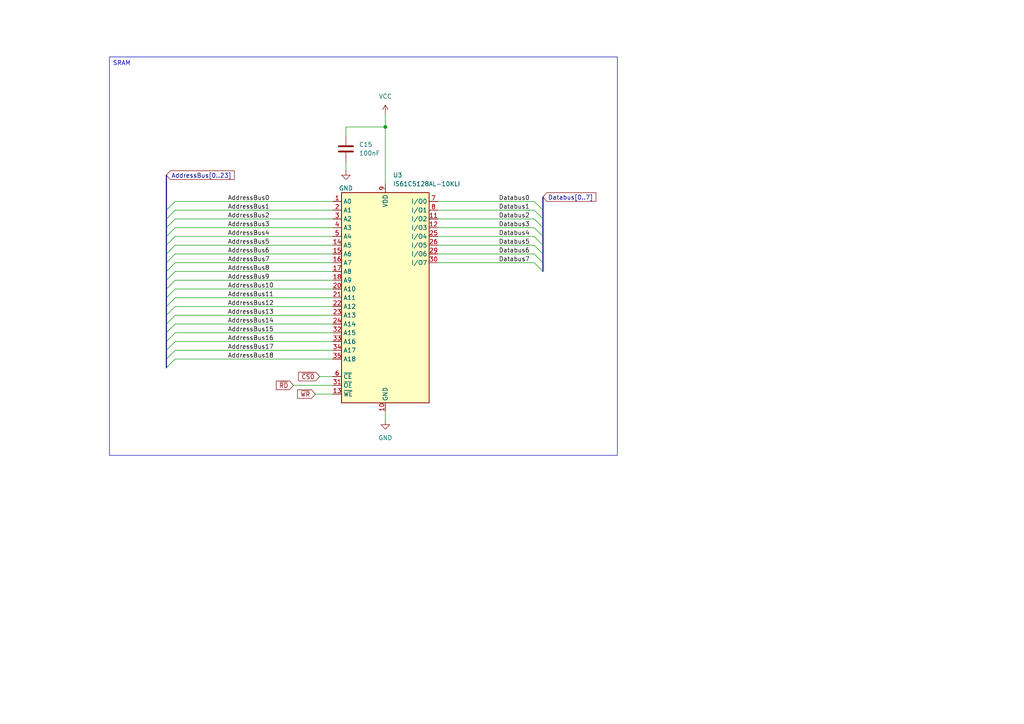
<source format=kicad_sch>
(kicad_sch (version 20250114) (generator "eeschema") (generator_version "9.0")
  (paper "A4")
  (lib_symbols
    (symbol "Device:C" (pin_numbers (hide yes)) (pin_names (offset 0.254))
      (property "Reference" "C" (at 0.635 2.54 0))
      (property "Value" "C" (at 0.635 -2.54 0))
      (symbol "C_0_1"
        (polyline (pts (xy -2.032 0.762) (xy 2.032 0.762)) (stroke (width 0.508)))
        (polyline (pts (xy -2.032 -0.762) (xy 2.032 -0.762)) (stroke (width 0.508)))
      )
      (symbol "C_1_1"
        (pin passive line (at 0 3.81 270) (length 2.794) (name "~") (number "1"))
        (pin passive line (at 0 -3.81 90) (length 2.794) (name "~") (number "2"))
      )
    )
    (symbol "Memory_RAM:IS61C5128AL-10KLI"
      (property "Reference" "U" (at -10.16 31.75 0))
      (property "Value" "IS61C5128AL-10KLI" (at 12.7 31.75 0))
      (symbol "IS61C5128AL-10KLI_0_1"
        (rectangle (start -12.7 30.48) (end 12.7 -30.48) (stroke (width 0.254)) (fill (type background)))
      )
      (symbol "IS61C5128AL-10KLI_1_1"
        (pin input line (at -15.24 27.94 0) (length 2.54) (name "A0") (number "1"))
        (pin input line (at -15.24 25.4 0) (length 2.54) (name "A1") (number "2"))
        (pin input line (at -15.24 22.86 0) (length 2.54) (name "A2") (number "3"))
        (pin input line (at -15.24 20.32 0) (length 2.54) (name "A3") (number "4"))
        (pin input line (at -15.24 17.78 0) (length 2.54) (name "A4") (number "5"))
        (pin input line (at -15.24 15.24 0) (length 2.54) (name "A5") (number "14"))
        (pin input line (at -15.24 12.7 0) (length 2.54) (name "A6") (number "15"))
        (pin input line (at -15.24 10.16 0) (length 2.54) (name "A7") (number "16"))
        (pin input line (at -15.24 7.62 0) (length 2.54) (name "A8") (number "17"))
        (pin input line (at -15.24 5.08 0) (length 2.54) (name "A9") (number "18"))
        (pin input line (at -15.24 2.54 0) (length 2.54) (name "A10") (number "20"))
        (pin input line (at -15.24 0 0) (length 2.54) (name "A11") (number "21"))
        (pin input line (at -15.24 -2.54 0) (length 2.54) (name "A12") (number "22"))
        (pin input line (at -15.24 -5.08 0) (length 2.54) (name "A13") (number "23"))
        (pin input line (at -15.24 -7.62 0) (length 2.54) (name "A14") (number "24"))
        (pin input line (at -15.24 -10.16 0) (length 2.54) (name "A15") (number "32"))
        (pin input line (at -15.24 -12.7 0) (length 2.54) (name "A16") (number "33"))
        (pin input line (at -15.24 -15.24 0) (length 2.54) (name "A17") (number "34"))
        (pin input line (at -15.24 -17.78 0) (length 2.54) (name "A18") (number "35"))
        (pin input line (at -15.24 -22.86 0) (length 2.54) (name "~{CE}") (number "6"))
        (pin input line (at -15.24 -25.4 0) (length 2.54) (name "~{OE}") (number "31"))
        (pin input line (at -15.24 -27.94 0) (length 2.54) (name "~{WE}") (number "13"))
        (pin passive line (at 0 33.02 270) (length 2.54) (hide yes) (name "VDD") (number "27"))
        (pin power_in line (at 0 33.02 270) (length 2.54) (name "VDD") (number "9"))
        (pin power_in line (at 0 -33.02 90) (length 2.54) (name "GND") (number "10"))
        (pin passive line (at 0 -33.02 90) (length 2.54) (hide yes) (name "GND") (number "28"))
        (pin no_connect line (at 12.7 -25.4 180) (length 2.54) (hide yes) (name "NC") (number "36"))
        (pin no_connect line (at 12.7 -27.94 180) (length 2.54) (hide yes) (name "NC") (number "19"))
        (pin bidirectional line (at 15.24 27.94 180) (length 2.54) (name "I/O0") (number "7"))
        (pin bidirectional line (at 15.24 25.4 180) (length 2.54) (name "I/O1") (number "8"))
        (pin bidirectional line (at 15.24 22.86 180) (length 2.54) (name "I/O2") (number "11"))
        (pin bidirectional line (at 15.24 20.32 180) (length 2.54) (name "I/O3") (number "12"))
        (pin bidirectional line (at 15.24 17.78 180) (length 2.54) (name "I/O4") (number "25"))
        (pin bidirectional line (at 15.24 15.24 180) (length 2.54) (name "I/O5") (number "26"))
        (pin bidirectional line (at 15.24 12.7 180) (length 2.54) (name "I/O6") (number "29"))
        (pin bidirectional line (at 15.24 10.16 180) (length 2.54) (name "I/O7") (number "30"))
      )
    )
    (symbol "power:GND" (power) (pin_numbers (hide yes)) (pin_names (offset 0) (hide yes))
      (property "Value" "GND" (at 0 -3.81 0))
      (symbol "GND_0_1"
        (polyline (pts (xy 0 0) (xy 0 -1.27) (xy 1.27 -1.27) (xy 0 -2.54) (xy -1.27 -1.27) (xy 0 -1.27)))
      )
      (symbol "GND_1_1"
        (pin power_in line (at 0 0 270) (length 0) (name "~") (number "1"))
      )
    )
    (symbol "power:VCC" (power) (pin_numbers (hide yes)) (pin_names (offset 0) (hide yes))
      (property "Value" "VCC" (at 0 3.556 0))
      (symbol "VCC_0_1"
        (polyline (pts (xy -0.762 1.27) (xy 0 2.54)))
        (polyline (pts (xy 0 2.54) (xy 0.762 1.27)))
        (polyline (pts (xy 0 0) (xy 0 2.54)))
      )
      (symbol "VCC_1_1"
        (pin power_in line (at 0 0 90) (length 0) (name "~") (number "1"))
      )
    )
  )
  (text_box "SRAM" (at 31.75 16.51 0) (size 147.32 115.57) (margins 0.9525 0.9525 0.9525 0.9525) (effects (font (size 1.27 1.27)) (justify left top)))
  (junction (at 111.76 36.83))
  (bus_entry (at 48.26 99.06) (size 2.54 -2.54))
  (bus_entry (at 48.26 78.74) (size 2.54 -2.54))
  (bus_entry (at 48.26 81.28) (size 2.54 -2.54))
  (bus_entry (at 154.94 71.12) (size 2.54 2.54))
  (bus_entry (at 154.94 68.58) (size 2.54 2.54))
  (bus_entry (at 154.94 73.66) (size 2.54 2.54))
  (bus_entry (at 48.26 96.52) (size 2.54 -2.54))
  (bus_entry (at 48.26 86.36) (size 2.54 -2.54))
  (bus_entry (at 154.94 60.96) (size 2.54 2.54))
  (bus_entry (at 48.26 93.98) (size 2.54 -2.54))
  (bus_entry (at 154.94 63.5) (size 2.54 2.54))
  (bus_entry (at 48.26 66.04) (size 2.54 -2.54))
  (bus_entry (at 48.26 106.68) (size 2.54 -2.54))
  (bus_entry (at 48.26 104.14) (size 2.54 -2.54))
  (bus_entry (at 48.26 71.12) (size 2.54 -2.54))
  (bus_entry (at 154.94 76.2) (size 2.54 2.54))
  (bus_entry (at 154.94 58.42) (size 2.54 2.54))
  (bus_entry (at 48.26 63.5) (size 2.54 -2.54))
  (bus_entry (at 154.94 66.04) (size 2.54 2.54))
  (bus_entry (at 48.26 68.58) (size 2.54 -2.54))
  (bus_entry (at 48.26 76.2) (size 2.54 -2.54))
  (bus_entry (at 48.26 60.96) (size 2.54 -2.54))
  (bus_entry (at 48.26 88.9) (size 2.54 -2.54))
  (bus_entry (at 48.26 91.44) (size 2.54 -2.54))
  (bus_entry (at 48.26 101.6) (size 2.54 -2.54))
  (bus_entry (at 48.26 73.66) (size 2.54 -2.54))
  (bus_entry (at 48.26 83.82) (size 2.54 -2.54))
  (bus (pts (xy 48.26 60.96) (xy 48.26 63.5)))
  (wire (pts (xy 127 58.42) (xy 154.94 58.42)))
  (bus (pts (xy 48.26 96.52) (xy 48.26 99.06)))
  (bus (pts (xy 157.48 71.12) (xy 157.48 68.58)))
  (wire (pts (xy 50.8 91.44) (xy 96.52 91.44)))
  (wire (pts (xy 50.8 96.52) (xy 96.52 96.52)))
  (wire (pts (xy 127 68.58) (xy 154.94 68.58)))
  (bus (pts (xy 157.48 66.04) (xy 157.48 63.5)))
  (bus (pts (xy 48.26 93.98) (xy 48.26 96.52)))
  (wire (pts (xy 50.8 86.36) (xy 96.52 86.36)))
  (wire (pts (xy 127 63.5) (xy 154.94 63.5)))
  (bus (pts (xy 157.48 60.96) (xy 157.48 57.15)))
  (bus (pts (xy 48.26 101.6) (xy 48.26 104.14)))
  (bus (pts (xy 157.48 63.5) (xy 157.48 60.96)))
  (wire (pts (xy 50.8 58.42) (xy 96.52 58.42)))
  (bus (pts (xy 48.26 81.28) (xy 48.26 83.82)))
  (wire (pts (xy 50.8 88.9) (xy 96.52 88.9)))
  (wire (pts (xy 50.8 78.74) (xy 96.52 78.74)))
  (bus (pts (xy 157.48 73.66) (xy 157.48 71.12)))
  (wire (pts (xy 127 60.96) (xy 154.94 60.96)))
  (bus (pts (xy 48.26 50.8) (xy 48.26 60.96)))
  (wire (pts (xy 85.09 111.76) (xy 96.52 111.76)))
  (wire (pts (xy 91.44 114.3) (xy 96.52 114.3)))
  (wire (pts (xy 50.8 93.98) (xy 96.52 93.98)))
  (wire (pts (xy 100.33 46.99) (xy 100.33 49.53)))
  (bus (pts (xy 157.48 78.74) (xy 157.48 76.2)))
  (bus (pts (xy 48.26 83.82) (xy 48.26 86.36)))
  (wire (pts (xy 50.8 81.28) (xy 96.52 81.28)))
  (wire (pts (xy 127 76.2) (xy 154.94 76.2)))
  (bus (pts (xy 48.26 68.58) (xy 48.26 71.12)))
  (bus (pts (xy 48.26 66.04) (xy 48.26 68.58)))
  (bus (pts (xy 48.26 99.06) (xy 48.26 101.6)))
  (bus (pts (xy 157.48 68.58) (xy 157.48 66.04)))
  (wire (pts (xy 50.8 83.82) (xy 96.52 83.82)))
  (wire (pts (xy 50.8 99.06) (xy 96.52 99.06)))
  (wire (pts (xy 127 71.12) (xy 154.94 71.12)))
  (wire (pts (xy 127 66.04) (xy 154.94 66.04)))
  (wire (pts (xy 111.76 53.34) (xy 111.76 36.83)))
  (wire (pts (xy 50.8 101.6) (xy 96.52 101.6)))
  (bus (pts (xy 48.26 104.14) (xy 48.26 106.68)))
  (bus (pts (xy 48.26 88.9) (xy 48.26 91.44)))
  (bus (pts (xy 48.26 63.5) (xy 48.26 66.04)))
  (wire (pts (xy 92.71 109.22) (xy 96.52 109.22)))
  (wire (pts (xy 50.8 104.14) (xy 96.52 104.14)))
  (wire (pts (xy 127 73.66) (xy 154.94 73.66)))
  (wire (pts (xy 111.76 36.83) (xy 100.33 36.83)))
  (bus (pts (xy 157.48 76.2) (xy 157.48 73.66)))
  (wire (pts (xy 111.76 33.02) (xy 111.76 36.83)))
  (bus (pts (xy 48.26 76.2) (xy 48.26 78.74)))
  (wire (pts (xy 50.8 60.96) (xy 96.52 60.96)))
  (wire (pts (xy 50.8 71.12) (xy 96.52 71.12)))
  (bus (pts (xy 48.26 86.36) (xy 48.26 88.9)))
  (bus (pts (xy 48.26 71.12) (xy 48.26 73.66)))
  (wire (pts (xy 50.8 76.2) (xy 96.52 76.2)))
  (bus (pts (xy 48.26 73.66) (xy 48.26 76.2)))
  (bus (pts (xy 48.26 78.74) (xy 48.26 81.28)))
  (wire (pts (xy 100.33 36.83) (xy 100.33 39.37)))
  (wire (pts (xy 50.8 68.58) (xy 96.52 68.58)))
  (wire (pts (xy 111.76 119.38) (xy 111.76 121.92)))
  (wire (pts (xy 50.8 63.5) (xy 96.52 63.5)))
  (wire (pts (xy 50.8 66.04) (xy 96.52 66.04)))
  (wire (pts (xy 50.8 73.66) (xy 96.52 73.66)))
  (bus (pts (xy 48.26 91.44) (xy 48.26 93.98)))
  (label "AddressBus3" (at 66.04 66.04 0))
  (label "AddressBus1" (at 66.04 60.96 0))
  (label "Databus5" (at 153.67 71.12 180))
  (label "AddressBus0" (at 66.04 58.42 0))
  (label "AddressBus6" (at 66.04 73.66 0))
  (label "AddressBus14" (at 66.04 93.98 0))
  (label "AddressBus8" (at 66.04 78.74 0))
  (label "AddressBus4" (at 66.04 68.58 0))
  (label "AddressBus2" (at 66.04 63.5 0))
  (label "AddressBus10" (at 66.04 83.82 0))
  (label "AddressBus9" (at 66.04 81.28 0))
  (label "Databus7" (at 153.67 76.2 180))
  (label "Databus6" (at 153.67 73.66 180))
  (label "Databus0" (at 153.67 58.42 180))
  (label "AddressBus11" (at 66.04 86.36 0))
  (label "AddressBus7" (at 66.04 76.2 0))
  (label "AddressBus17" (at 66.04 101.6 0))
  (label "Databus2" (at 153.67 63.5 180))
  (label "AddressBus13" (at 66.04 91.44 0))
  (label "AddressBus12" (at 66.04 88.9 0))
  (label "AddressBus15" (at 66.04 96.52 0))
  (label "AddressBus16" (at 66.04 99.06 0))
  (label "Databus4" (at 153.67 68.58 180))
  (label "AddressBus5" (at 66.04 71.12 0))
  (label "Databus1" (at 153.67 60.96 180))
  (label "Databus3" (at 153.67 66.04 180))
  (label "AddressBus18" (at 66.04 104.14 0))
  (global_label "~{WR}" (shape input) (at 91.44 114.3 180) (property "Intersheetrefs" "${INTERSHEET_REFS}" (effects (hide yes))))
  (global_label "~{RD}" (shape input) (at 85.09 111.76 180) (property "Intersheetrefs" "${INTERSHEET_REFS}" (effects (hide yes))))
  (global_label "~{CS0}" (shape input) (at 92.71 109.22 180) (property "Intersheetrefs" "${INTERSHEET_REFS}" (effects (hide yes))))
  (global_label "AddressBus[0..23]" (shape input) (at 48.26 50.8 0) (property "Intersheetrefs" "${INTERSHEET_REFS}" (effects (hide yes))))
  (global_label "Databus[0..7]" (shape input) (at 157.48 57.15 0) (property "Intersheetrefs" "${INTERSHEET_REFS}" (effects (hide yes))))
  (symbol (lib_id "power:VCC") (at 111.76 33.02 0) (unit 1)
    (property "Reference" "#PWR37" (effects (hide yes)))
    (property "Value" "VCC" (at 111.76 27.94 0))
    (property "Description" "Power symbol creates a global label with name \"VCC\"" (effects (hide yes)))
  )
  (symbol (lib_id "power:GND") (at 111.76 121.92 0) (unit 1)
    (property "Reference" "#PWR35" (effects (hide yes)))
    (property "Value" "GND" (at 111.76 127 0))
    (property "Description" "Power symbol creates a global label with name \"GND\" , ground" (effects (hide yes)))
  )
  (symbol (lib_id "power:GND") (at 100.33 49.53 0) (unit 1)
    (property "Reference" "#PWR36" (effects (hide yes)))
    (property "Value" "GND" (at 100.33 54.61 0))
    (property "Description" "Power symbol creates a global label with name \"GND\" , ground" (effects (hide yes)))
  )
  (symbol (lib_id "Memory_RAM:IS61C5128AL-10KLI") (at 111.76 86.36 0) (unit 1)
    (property "Reference" "U3" (at 113.9541 50.8 0) (effects (justify left)))
    (property "Value" "IS61C5128AL-10KLI" (at 113.9541 53.34 0) (effects (justify left)))
    (property "Footprint" "Package_SO:SOJ-36_10.16x23.495mm_P1.27mm" (effects (hide yes)))
    (property "Datasheet" "http://www.issi.com/WW/pdf/61-64C5128AL.pdf" (effects (hide yes)))
    (property "Description" "512K x 8 HIGH-SPEED CMOS STATIC RAM, 10ns, SOJ-36" (effects (hide yes)))
  )
  (symbol (lib_id "Device:C") (at 100.33 43.18 0) (unit 1)
    (property "Reference" "C15" (at 104.14 41.9099 0) (effects (justify left)))
    (property "Value" "100nF" (at 104.14 44.4499 0) (effects (justify left)))
    (property "Footprint" "Capacitor_SMD:C_0805_2012Metric_Pad1.18x1.45mm_HandSolder" (effects (hide yes)))
    (property "Description" "Unpolarized capacitor" (effects (hide yes)))
  )
)
</source>
